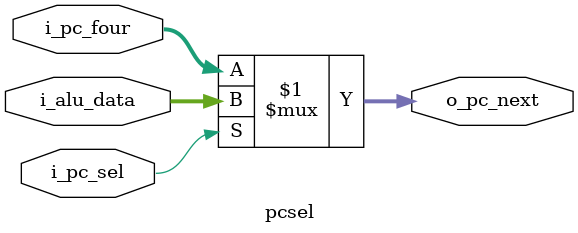
<source format=sv>
module pcsel(
	input  logic [31:0] i_alu_data,
	input  logic [31:0] i_pc_four,
	input  logic 		  i_pc_sel,
	output logic [31:0] o_pc_next
);

	assign o_pc_next = (i_pc_sel) ? i_alu_data : i_pc_four;
	
endmodule 
</source>
